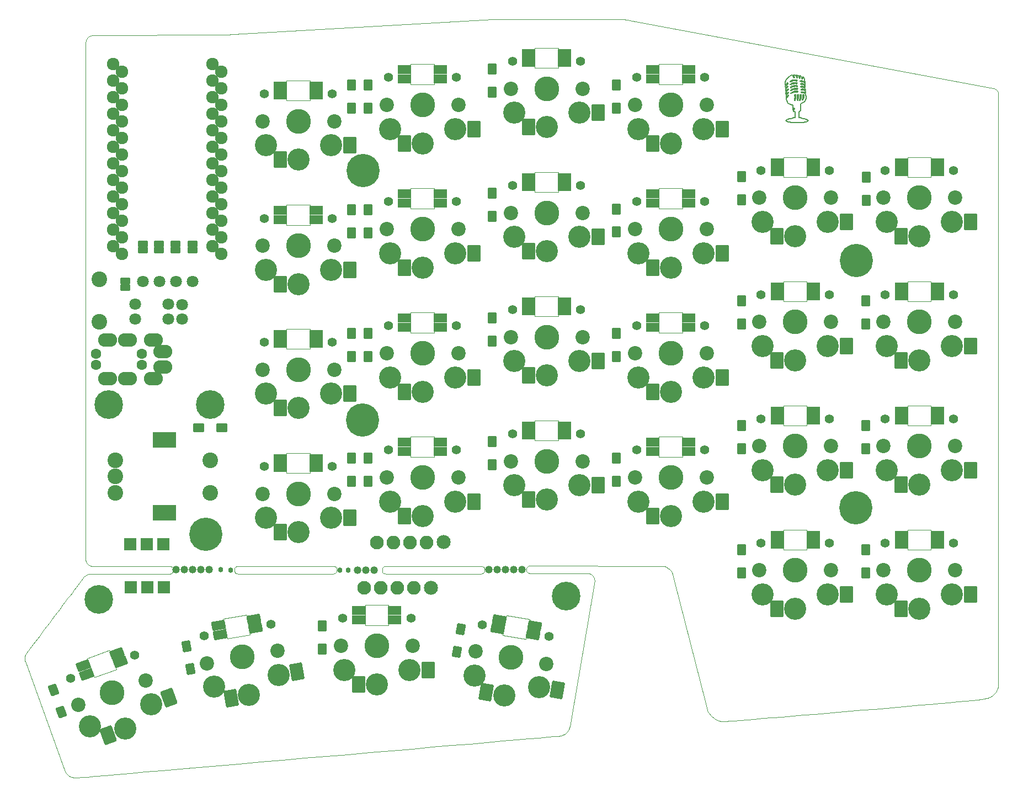
<source format=gts>
%TF.GenerationSoftware,KiCad,Pcbnew,(6.0.0)*%
%TF.CreationDate,2023-02-15T17:26:08+02:00*%
%TF.ProjectId,SofleKeyboard,536f666c-654b-4657-9962-6f6172642e6b,rev?*%
%TF.SameCoordinates,Original*%
%TF.FileFunction,Soldermask,Top*%
%TF.FilePolarity,Negative*%
%FSLAX46Y46*%
G04 Gerber Fmt 4.6, Leading zero omitted, Abs format (unit mm)*
G04 Created by KiCad (PCBNEW (6.0.0)) date 2023-02-15 17:26:08*
%MOMM*%
%LPD*%
G01*
G04 APERTURE LIST*
G04 Aperture macros list*
%AMRoundRect*
0 Rectangle with rounded corners*
0 $1 Rounding radius*
0 $2 $3 $4 $5 $6 $7 $8 $9 X,Y pos of 4 corners*
0 Add a 4 corners polygon primitive as box body*
4,1,4,$2,$3,$4,$5,$6,$7,$8,$9,$2,$3,0*
0 Add four circle primitives for the rounded corners*
1,1,$1+$1,$2,$3*
1,1,$1+$1,$4,$5*
1,1,$1+$1,$6,$7*
1,1,$1+$1,$8,$9*
0 Add four rect primitives between the rounded corners*
20,1,$1+$1,$2,$3,$4,$5,0*
20,1,$1+$1,$4,$5,$6,$7,0*
20,1,$1+$1,$6,$7,$8,$9,0*
20,1,$1+$1,$8,$9,$2,$3,0*%
G04 Aperture macros list end*
%ADD10C,0.200000*%
%ADD11C,0.090000*%
%TA.AperFunction,Profile*%
%ADD12C,0.120000*%
%TD*%
%ADD13C,1.797000*%
%ADD14C,1.600000*%
%ADD15O,2.900000X2.100000*%
%ADD16C,5.100000*%
%ADD17C,1.924000*%
%ADD18RoundRect,0.200000X0.571500X-0.317500X0.571500X0.317500X-0.571500X0.317500X-0.571500X-0.317500X0*%
%ADD19C,2.400000*%
%ADD20RoundRect,0.200000X-0.571500X0.317500X-0.571500X-0.317500X0.571500X-0.317500X0.571500X0.317500X0*%
%ADD21RoundRect,0.200000X-0.475000X0.650000X-0.475000X-0.650000X0.475000X-0.650000X0.475000X0.650000X0*%
%ADD22RoundRect,0.200000X-0.650000X-0.475000X0.650000X-0.475000X0.650000X0.475000X-0.650000X0.475000X0*%
%ADD23RoundRect,0.200000X-0.668667X0.448341X-0.224041X-0.773260X0.668667X-0.448341X0.224041X0.773260X0*%
%ADD24C,2.200000*%
%ADD25C,3.400000*%
%ADD26C,3.800000*%
%ADD27C,1.400000*%
%ADD28RoundRect,0.200000X0.850000X0.500000X-0.850000X0.500000X-0.850000X-0.500000X0.850000X-0.500000X0*%
%ADD29RoundRect,0.200000X0.800000X1.100000X-0.800000X1.100000X-0.800000X-1.100000X0.800000X-1.100000X0*%
%ADD30RoundRect,0.200000X0.627729X0.760563X-0.969749X0.179129X-0.627729X-0.760563X0.969749X-0.179129X0*%
%ADD31RoundRect,0.200000X0.375532X1.307278X-1.127976X0.760046X-0.375532X-1.307278X1.127976X-0.760046X0*%
%ADD32C,4.400000*%
%ADD33RoundRect,0.200000X-1.600000X-1.000000X1.600000X-1.000000X1.600000X1.000000X-1.600000X1.000000X0*%
%ADD34RoundRect,0.200000X0.750263X0.640005X-0.923911X0.344803X-0.750263X-0.640005X0.923911X-0.344803X0*%
%ADD35RoundRect,0.200000X0.596833X1.222207X-0.978859X0.944370X-0.596833X-1.222207X0.978859X-0.944370X0*%
%ADD36RoundRect,0.200000X0.923911X0.344803X-0.750263X0.640005X-0.923911X-0.344803X0.750263X-0.640005X0*%
%ADD37RoundRect,0.200000X0.978859X0.944370X-0.596833X1.222207X-0.978859X-0.944370X0.596833X-1.222207X0*%
%ADD38RoundRect,0.200000X-0.580655X0.557642X-0.354912X-0.722608X0.580655X-0.557642X0.354912X0.722608X0*%
%ADD39RoundRect,0.200000X-0.354912X0.722608X-0.580655X-0.557642X0.354912X-0.722608X0.580655X0.557642X0*%
%ADD40C,0.793700*%
%ADD41C,2.100000*%
%ADD42O,2.100000X2.100000*%
%ADD43C,2.152600*%
%ADD44C,1.187400*%
%ADD45RoundRect,0.200000X-0.762000X-0.762000X0.762000X-0.762000X0.762000X0.762000X-0.762000X0.762000X0*%
%ADD46RoundRect,0.200000X-0.762000X0.762000X-0.762000X-0.762000X0.762000X-0.762000X0.762000X0.762000X0*%
G04 APERTURE END LIST*
D10*
X197489726Y-46773377D02*
X197468560Y-46685183D01*
X195687037Y-44145178D02*
X195687037Y-44233373D01*
X197701384Y-45111786D02*
X197771944Y-45055351D01*
X197581452Y-46212451D02*
X197563817Y-45937295D01*
X197087554Y-43764172D02*
X197016994Y-43820629D01*
X196131540Y-44388596D02*
X196103312Y-44395658D01*
X196868834Y-44526184D02*
X196875896Y-44526184D01*
X197821338Y-44208676D02*
X198031160Y-44257980D01*
X198224063Y-44350514D01*
X198304642Y-44406230D01*
X197450926Y-42998650D02*
X197529303Y-43185179D01*
X197539120Y-43252640D01*
X196131540Y-44843671D02*
X196075084Y-44811933D01*
X197549692Y-43340835D02*
X197493257Y-43411394D01*
X197144011Y-43294993D02*
X197087554Y-43365532D01*
X197108720Y-46685183D02*
X197155463Y-46490270D01*
X197165754Y-46283116D01*
X197165177Y-46268907D01*
X197997727Y-46141891D02*
X197987133Y-45965502D01*
X198791477Y-49884880D02*
X198621861Y-49741109D01*
X198424135Y-49679321D01*
X198204490Y-49633982D01*
X197990664Y-49602640D01*
X196558388Y-48505506D02*
X196808868Y-48505506D01*
X195380122Y-44847203D02*
X195627049Y-44607316D01*
X197126355Y-44194572D02*
X197052285Y-44251007D01*
X196611313Y-47941071D02*
X196692445Y-48110397D01*
X195267230Y-44314505D02*
X195277803Y-44455624D01*
X196611313Y-48276214D02*
X196533691Y-48110397D01*
X198304642Y-44406230D02*
X198287007Y-44187510D01*
X197465029Y-48473768D02*
X197594966Y-48318073D01*
X197616721Y-48156260D01*
X196770067Y-45894964D02*
X196840605Y-45951399D01*
X197810744Y-45485729D02*
X198004789Y-45506895D01*
X196611313Y-48276214D02*
X196533691Y-48110397D01*
X197962458Y-43432560D02*
X197902470Y-43503120D01*
X195718775Y-44607316D02*
X195718775Y-44699042D01*
X195687037Y-44233373D02*
X195408329Y-44505018D01*
X198047121Y-45894964D02*
X198114150Y-45958461D01*
X197898939Y-43503120D02*
X197835441Y-43446685D01*
X197468560Y-46685183D02*
X197553051Y-46497139D01*
X197582804Y-46294482D01*
X197581452Y-46212451D01*
X197662584Y-44681407D02*
X197733144Y-44624951D01*
X197232205Y-45482198D02*
X197161645Y-45538655D01*
X196106843Y-45263478D02*
X196128009Y-45175283D01*
X196611313Y-48276214D02*
X196533691Y-48110397D01*
X195355425Y-49884880D02*
X195524818Y-50031668D01*
X195747695Y-50100264D01*
X195980571Y-50146177D01*
X196182532Y-50174487D01*
X196404661Y-50196909D01*
X196644045Y-50212865D01*
X196897770Y-50221782D01*
X197073451Y-50223532D01*
X196159747Y-45295237D02*
X196106843Y-45263478D01*
X197087554Y-43365532D02*
X197080513Y-43365532D01*
X197616721Y-48156260D02*
X197602618Y-47323709D01*
X197708447Y-46205410D02*
X197702020Y-46409793D01*
X197648543Y-46617797D01*
X197577921Y-46755742D01*
X198272882Y-43997018D02*
X198251717Y-43753600D01*
X196745370Y-43658343D02*
X196752411Y-43658343D01*
X195313093Y-44914231D02*
X195380122Y-44847203D01*
X198287007Y-44187510D02*
X198127510Y-44046235D01*
X197937374Y-43947715D01*
X197743716Y-43901761D01*
X195277803Y-44455624D02*
X195316624Y-44413293D01*
X195778762Y-45531592D02*
X195778762Y-45623318D01*
X196015118Y-43908823D02*
X196043346Y-43824160D01*
X197807235Y-44335670D02*
X197680218Y-44321567D01*
X197412104Y-43263234D02*
X197341978Y-43069897D01*
X197256902Y-42970422D01*
X197771944Y-45055351D02*
X197944802Y-45072986D01*
X197814276Y-43252640D02*
X197747247Y-43069210D01*
X197539120Y-43252640D02*
X197549692Y-43340835D01*
X198251717Y-43753600D02*
X198205686Y-43543128D01*
X198106686Y-43354754D01*
X197963759Y-43198161D01*
X197930698Y-43171508D01*
X196741839Y-43788869D02*
X196533378Y-43805723D01*
X196331767Y-43850092D01*
X196137649Y-43922620D01*
X196099781Y-43940561D01*
X196808868Y-49436845D02*
X196600229Y-49460270D01*
X196397056Y-49502716D01*
X196206689Y-49573090D01*
X196156216Y-49602640D01*
X197930698Y-45199980D02*
X197757841Y-45182346D01*
X195563552Y-46145422D02*
X195718775Y-45993730D01*
X197987133Y-45965502D02*
X198047121Y-45894964D01*
X196156216Y-49602640D02*
X195942390Y-49633982D01*
X195722750Y-49679321D01*
X195525031Y-49741109D01*
X195359108Y-49863183D01*
X195355425Y-49884880D01*
X197073451Y-50223532D02*
X197335120Y-50219628D01*
X197584388Y-50208300D01*
X197818344Y-50190125D01*
X198034074Y-50165676D01*
X198288328Y-50124316D01*
X198498100Y-50074192D01*
X198687242Y-50001291D01*
X198791477Y-49884880D01*
X196720673Y-46808646D02*
X196688914Y-46801584D01*
X195365997Y-45566861D02*
X195387163Y-45838507D01*
X196533691Y-48110397D02*
X196611313Y-47941071D01*
X195598842Y-44141647D02*
X195687037Y-44145178D01*
X195440088Y-46512325D02*
X195450660Y-46635788D01*
X196128009Y-45175283D02*
X196316137Y-45083559D01*
X196513854Y-45015651D01*
X196718846Y-44972879D01*
X196928800Y-44956563D01*
X197016994Y-43305565D02*
X197013485Y-43273806D01*
X196748901Y-46357102D02*
X196713611Y-45961992D01*
X196808868Y-48505506D02*
X196808868Y-49436845D01*
X197577921Y-46755742D02*
X197524995Y-46783949D01*
X197214549Y-45870267D02*
X197281578Y-45930233D01*
X196805336Y-44092253D02*
X196815930Y-44092253D01*
X196741839Y-42885759D02*
X196536817Y-42895582D01*
X196480787Y-42903394D01*
X196713611Y-45961992D02*
X196770067Y-45894964D01*
X197196914Y-45051820D02*
X197126355Y-45108255D01*
X197151052Y-45937295D02*
X197214549Y-45870267D01*
X198114150Y-45958461D02*
X198124722Y-46131319D01*
X196459621Y-48240923D02*
X196491230Y-48446306D01*
X196558388Y-48505506D01*
X197161645Y-44621420D02*
X197091085Y-44677876D01*
X197165177Y-46268907D02*
X197151052Y-45937295D01*
X197623783Y-44251007D02*
X197694343Y-44194572D01*
X195718775Y-45993730D02*
X195810500Y-45997262D01*
X195316624Y-44413293D02*
X195598842Y-44141647D01*
X197577921Y-43019816D02*
X197450926Y-42998650D01*
X195440088Y-45281112D02*
X195658809Y-45069454D01*
X196156216Y-45626849D02*
X196350855Y-45526416D01*
X196557068Y-45453100D01*
X196771881Y-45407564D01*
X196992319Y-45390473D01*
X196223244Y-45736209D02*
X196191506Y-45746782D01*
X196805336Y-44219269D02*
X196585536Y-44238781D01*
X196372323Y-44289438D01*
X196170226Y-44369292D01*
X196131540Y-44388596D01*
X198403430Y-45644484D02*
X198382243Y-45401066D01*
X196071553Y-44272173D02*
X196268127Y-44188877D01*
X196474328Y-44130436D01*
X196686384Y-44098259D01*
X196805336Y-44092253D01*
X196043346Y-43824160D02*
X196231919Y-43746652D01*
X196427922Y-43693063D01*
X196630415Y-43663859D01*
X196745370Y-43658343D01*
X196928800Y-45087089D02*
X196710762Y-45105058D01*
X196499369Y-45152692D01*
X196297917Y-45229520D01*
X196191506Y-45284644D01*
X196075084Y-44811933D02*
X196099781Y-44723739D01*
X197990664Y-45633890D02*
X197796641Y-45612724D01*
X197013485Y-43273806D02*
X196947562Y-43084040D01*
X196812709Y-42935754D01*
X196745370Y-42889290D01*
X196099781Y-44723739D02*
X196281954Y-44639782D01*
X196472397Y-44578655D01*
X196668795Y-44540680D01*
X196868834Y-44526184D01*
X197338034Y-48505506D02*
X197405063Y-48505506D01*
X195627049Y-44607316D02*
X195718775Y-44607316D01*
X196611313Y-47941071D02*
X196692445Y-48110397D01*
X197493257Y-43411394D02*
X197486195Y-43411394D01*
X196043346Y-44360368D02*
X196071553Y-44272173D01*
X197740206Y-45542186D02*
X197810744Y-45485729D01*
X195747003Y-45161180D02*
X195528283Y-45372838D01*
X195503585Y-45711512D02*
X195690568Y-45531592D01*
X195845791Y-43213840D02*
X195591780Y-43450195D01*
X197867201Y-46752211D02*
X197856607Y-46660486D01*
X197295703Y-46261845D02*
X197289049Y-46465059D01*
X197249990Y-46665027D01*
X197228674Y-46731045D01*
X197761372Y-47263743D02*
X197987133Y-47168486D01*
X197581452Y-43820629D02*
X197655521Y-43764172D01*
X197080513Y-43365532D02*
X197016994Y-43305565D01*
X195468316Y-44938928D02*
X195334386Y-45095921D01*
X195330728Y-45101214D01*
X197941270Y-43242068D02*
X197962458Y-43432560D01*
X197680218Y-44321567D02*
X197623783Y-44251007D01*
X198004789Y-45506895D02*
X198200841Y-45550301D01*
X198392143Y-45637620D01*
X198403430Y-45644484D01*
X196135050Y-45715044D02*
X196156216Y-45626849D01*
X197623783Y-45866736D02*
X197690812Y-45926702D01*
X195718775Y-44699042D02*
X195468316Y-44938928D01*
X195778762Y-45623318D02*
X195591780Y-45803238D01*
X196815930Y-44092253D02*
X197069920Y-44120481D01*
X196625416Y-43351428D02*
X196618354Y-43351428D01*
X197637887Y-43891167D02*
X197581452Y-43820629D01*
X198417533Y-45810279D02*
X198243905Y-45704688D01*
X198049521Y-45642632D01*
X197990664Y-45633890D01*
X196191506Y-45284644D02*
X196159747Y-45295237D01*
X198336401Y-44818974D02*
X198318745Y-44589682D01*
X197147520Y-46769846D02*
X197108720Y-46685183D01*
X197524995Y-46783949D02*
X197489726Y-46773377D01*
X196928800Y-44956563D02*
X196939394Y-44960094D01*
X197733144Y-44624951D02*
X197881304Y-44642585D01*
X196681873Y-43277337D02*
X196625416Y-43351428D01*
X197747247Y-43069210D02*
X197577921Y-43019816D01*
X195425985Y-46304177D02*
X195558933Y-46150063D01*
X195563552Y-46145422D01*
X196554856Y-43294993D02*
X196479013Y-43101405D01*
X196330612Y-42950607D01*
X196318501Y-42942216D01*
X197052285Y-44251007D02*
X196805336Y-44219269D01*
X196865303Y-44653179D02*
X196658409Y-44670232D01*
X196456961Y-44714805D01*
X196264718Y-44785960D01*
X196163278Y-44836630D01*
X197655521Y-43764172D02*
X197757841Y-43774766D01*
X198350505Y-44995363D02*
X198188595Y-44875255D01*
X198001755Y-44796444D01*
X197867201Y-44769602D01*
X195591780Y-45803238D02*
X195456700Y-45961470D01*
X195404819Y-46039593D01*
X196071553Y-43944092D02*
X196015118Y-43908823D01*
X196999360Y-45390473D02*
X197175749Y-45411660D01*
X197016994Y-43820629D02*
X196741839Y-43788869D01*
X197422697Y-43354959D02*
X197412104Y-43263234D01*
X197906001Y-46766315D02*
X197867201Y-46752211D01*
X196618354Y-43351428D02*
X196554856Y-43294993D01*
X196163278Y-44836630D02*
X196131540Y-44843671D01*
X197690812Y-45926702D02*
X197708447Y-46205410D01*
X197405063Y-48505506D02*
X197465029Y-48473768D01*
X195404819Y-46039593D02*
X195425985Y-46304177D01*
X196692445Y-48110397D02*
X196611313Y-48276214D01*
X197694343Y-44194572D02*
X197821338Y-44208676D01*
X196988788Y-45521020D02*
X196786818Y-45536775D01*
X196590141Y-45578335D01*
X196401402Y-45645034D01*
X196223244Y-45736209D01*
X197602618Y-47323709D02*
X197761372Y-47263743D01*
X195351894Y-45376369D02*
X195440088Y-45281112D01*
X196611313Y-47941071D02*
X196692445Y-48110397D01*
X197338034Y-49436845D02*
X197338034Y-48505506D01*
X198318745Y-44589682D02*
X198150077Y-44454427D01*
X197951649Y-44364940D01*
X197807235Y-44335670D01*
X197757841Y-45182346D02*
X197701384Y-45111786D01*
X197743716Y-43901761D02*
X197637887Y-43891167D01*
X196992319Y-42928091D02*
X197103792Y-43106413D01*
X197144011Y-43263234D01*
X197881304Y-44642585D02*
X198077439Y-44685855D01*
X198272051Y-44776710D01*
X198336401Y-44818974D01*
X196777108Y-46780418D02*
X196720673Y-46808646D01*
X197105189Y-44550881D02*
X197161645Y-44621420D01*
X196099781Y-43940561D02*
X196071553Y-43944092D01*
X197069920Y-44120481D02*
X197126355Y-44194572D01*
X197140480Y-44981260D02*
X197196914Y-45051820D01*
X197168708Y-46773377D02*
X197147520Y-46769846D01*
X197256902Y-42970422D02*
X196992319Y-42928091D01*
X195330728Y-45101214D02*
X195351894Y-45376369D01*
X197281578Y-45930233D02*
X197295703Y-46261845D01*
X196191506Y-45746782D02*
X196135050Y-45715044D01*
X195690568Y-45531592D02*
X195778762Y-45531592D01*
X196459621Y-47471870D02*
X196459621Y-48240923D01*
X196875896Y-46342977D02*
X196866644Y-46543202D01*
X196797816Y-46743164D01*
X196777108Y-46780418D01*
X195810500Y-46085456D02*
X195651746Y-46237148D01*
X196533691Y-48110397D02*
X196611313Y-47941071D01*
X195810500Y-45997262D02*
X195810500Y-46085456D01*
X195750534Y-45069454D02*
X195747003Y-45161180D01*
X197990664Y-49602640D02*
X197789599Y-49514147D01*
X197571043Y-49464199D01*
X197365328Y-49438952D01*
X197338034Y-49436845D01*
X198382243Y-45401066D02*
X198214438Y-45287704D01*
X198024363Y-45217025D01*
X197930698Y-45199980D01*
X195450660Y-46635788D02*
X195493822Y-46844865D01*
X195582393Y-47034484D01*
X195709590Y-47198102D01*
X195868631Y-47329181D01*
X196052734Y-47421179D01*
X196255115Y-47467557D01*
X196339667Y-47471870D01*
X197796641Y-45612724D02*
X197740206Y-45542186D01*
X197930698Y-43171508D02*
X197941270Y-43242068D01*
X196318501Y-42942216D02*
X196126759Y-43017922D01*
X195951393Y-43125262D01*
X195845791Y-43213840D01*
X196667748Y-46713389D02*
X196740792Y-46517966D01*
X196748901Y-46357102D01*
X198368139Y-45231740D02*
X198350505Y-44995363D01*
X196533691Y-48110397D02*
X196611313Y-47941071D01*
X197856607Y-46660486D02*
X197953107Y-46475255D01*
X197995736Y-46269971D01*
X197997727Y-46141891D01*
X197486195Y-43411394D02*
X197422697Y-43354959D01*
X195591780Y-43450195D02*
X195455561Y-43604790D01*
X195353967Y-43782865D01*
X195289214Y-43979549D01*
X195263521Y-44189970D01*
X195267230Y-44314505D01*
X197091085Y-44677876D02*
X196865303Y-44653179D01*
X197955395Y-46741618D02*
X197906001Y-46766315D01*
X197175749Y-45411660D02*
X197232205Y-45482198D01*
X197867201Y-44769602D02*
X197719040Y-44751946D01*
X197987133Y-47168486D02*
X198174026Y-47055293D01*
X198318918Y-46898167D01*
X198416268Y-46706856D01*
X198460534Y-46491111D01*
X198459865Y-46360611D01*
X198124722Y-46131319D02*
X198116576Y-46344771D01*
X198066952Y-46541691D01*
X197966783Y-46726871D01*
X197955395Y-46741618D01*
X197835441Y-43446685D02*
X197814276Y-43252640D01*
X196939394Y-44960094D02*
X197140480Y-44981260D01*
X195528283Y-45372838D02*
X195392865Y-45527902D01*
X195365997Y-45566861D01*
X197563817Y-45937295D02*
X197623783Y-45866736D01*
X197944802Y-45072986D02*
X198140106Y-45117534D01*
X198332780Y-45208680D01*
X198368139Y-45231740D01*
X195387163Y-45838507D02*
X195503585Y-45711512D01*
X197228674Y-46731045D02*
X197168708Y-46773377D01*
X196480787Y-42903394D02*
X196609136Y-43065450D01*
X196680053Y-43264150D01*
X196681873Y-43277337D01*
X196692445Y-48110397D02*
X196611313Y-48276214D01*
X196752411Y-43658343D02*
X197031119Y-43693612D01*
X197757841Y-43774766D02*
X197965449Y-43821829D01*
X198156689Y-43913171D01*
X198272882Y-43997018D01*
X196840605Y-45951399D02*
X196875896Y-46342977D01*
X197126355Y-45108255D02*
X196928800Y-45087089D01*
X196992319Y-45390473D02*
X196999360Y-45390473D01*
X197719040Y-44751946D02*
X197662584Y-44681407D01*
X197161645Y-45538655D02*
X196988788Y-45521020D01*
X197031119Y-43693612D02*
X197087554Y-43764172D01*
X197902470Y-43503120D02*
X197898939Y-43503120D01*
X197144011Y-43263234D02*
X197144011Y-43294993D01*
X195408329Y-44505018D02*
X195291927Y-44635545D01*
X195658809Y-45069454D02*
X195750534Y-45069454D01*
X196875896Y-44526184D02*
X197105189Y-44550881D01*
X198459865Y-46360611D02*
X198417533Y-45810279D01*
X196103312Y-44395658D02*
X196043346Y-44360368D01*
X196688914Y-46801584D02*
X196667748Y-46713389D01*
X196745370Y-42889290D02*
X196741839Y-42885759D01*
X195651746Y-46237148D02*
X195516898Y-46392868D01*
X195440088Y-46512325D01*
X195291927Y-44635545D02*
X195313093Y-44914231D01*
X196339667Y-47471870D02*
X196459621Y-47471870D01*
X196692445Y-48110397D02*
X196611313Y-48276214D01*
D11*
X162218354Y-142806782D02*
X166017777Y-120493588D01*
X147877950Y-119422237D02*
X134684053Y-119422237D01*
X171390576Y-34528702D02*
X171122462Y-34479308D01*
X78634718Y-132876101D02*
X84773060Y-149738874D01*
X171122462Y-34479308D02*
X170780277Y-34415810D01*
X101346553Y-118835528D02*
X101340041Y-118958535D01*
X101320921Y-119063869D01*
X101289813Y-119152873D01*
X101222027Y-119258700D01*
X101130754Y-119335344D01*
X101018088Y-119387337D01*
X100886120Y-119419216D01*
X100788453Y-119431532D01*
X100683757Y-119438268D01*
X100572653Y-119440766D01*
X100455762Y-119440370D01*
X100333702Y-119438424D01*
X100207095Y-119436271D01*
X100076561Y-119435255D01*
X86783876Y-150691379D02*
X87265895Y-150648742D01*
X88118850Y-150574157D01*
X89317412Y-150469809D01*
X90836251Y-150337881D01*
X92650038Y-150180557D01*
X94733443Y-150000021D01*
X97061138Y-149798457D01*
X99607793Y-149578048D01*
X102348079Y-149340979D01*
X105256666Y-149089433D01*
X108308226Y-148825595D01*
X111477428Y-148551647D01*
X114738945Y-148269775D01*
X118067446Y-147982161D01*
X121437602Y-147690990D01*
X124824083Y-147398446D01*
X128201562Y-147106712D01*
X131544708Y-146817973D01*
X134828191Y-146534411D01*
X138026684Y-146258212D01*
X141114856Y-145991559D01*
X144067379Y-145736636D01*
X146858922Y-145495626D01*
X149464157Y-145270714D01*
X151857754Y-145064083D01*
X154014385Y-144877918D01*
X155908719Y-144714401D01*
X157515428Y-144575718D01*
X158809182Y-144464052D01*
X159764652Y-144381586D01*
X160356509Y-144330506D01*
X160559424Y-144312994D01*
X170780277Y-34415810D02*
X170643142Y-34403395D01*
X170395510Y-34392557D01*
X170044912Y-34383218D01*
X169598882Y-34375299D01*
X169064949Y-34368724D01*
X168450647Y-34363414D01*
X167763508Y-34359294D01*
X167011062Y-34356284D01*
X166200841Y-34354307D01*
X165340379Y-34353287D01*
X164437206Y-34353145D01*
X163498854Y-34353804D01*
X162532856Y-34355186D01*
X161546742Y-34357214D01*
X160548045Y-34359810D01*
X159544297Y-34362898D01*
X158543029Y-34366399D01*
X157551774Y-34370235D01*
X156578063Y-34374330D01*
X155629428Y-34378606D01*
X154713400Y-34382985D01*
X153837513Y-34387390D01*
X153009296Y-34391743D01*
X152236284Y-34395968D01*
X151526006Y-34399985D01*
X150885996Y-34403718D01*
X150323784Y-34407090D01*
X149846903Y-34410022D01*
X149462885Y-34412438D01*
X149179261Y-34414259D01*
X149003563Y-34415409D01*
X148943324Y-34415810D01*
X226131098Y-138534218D02*
X226302029Y-138486765D01*
X226462005Y-138432526D01*
X226611390Y-138372043D01*
X226750544Y-138305861D01*
X226879831Y-138234523D01*
X226999613Y-138158574D01*
X227110253Y-138078557D01*
X227212114Y-137995016D01*
X227305558Y-137908495D01*
X227390947Y-137819538D01*
X227468644Y-137728688D01*
X227539012Y-137636491D01*
X227602413Y-137543489D01*
X227659210Y-137450226D01*
X227709765Y-137357247D01*
X227754441Y-137265095D01*
X227793601Y-137174314D01*
X227827606Y-137085449D01*
X227856820Y-136999042D01*
X227902324Y-136835781D01*
X227933013Y-136688882D01*
X227951788Y-136562698D01*
X227961548Y-136461578D01*
X227965632Y-136366412D01*
X227965547Y-136346991D01*
X112007487Y-119422237D02*
X111876952Y-119423253D01*
X111750345Y-119425406D01*
X111628285Y-119427352D01*
X111511394Y-119427748D01*
X111400290Y-119425250D01*
X111295594Y-119418514D01*
X111197927Y-119406198D01*
X111107907Y-119386957D01*
X110988574Y-119342172D01*
X110889938Y-119274249D01*
X110814091Y-119178653D01*
X110763126Y-119050851D01*
X110744006Y-118945517D01*
X110737495Y-118822510D01*
X125201384Y-119422237D02*
X112007487Y-119422237D01*
X227965547Y-45810528D02*
X227956434Y-45678539D01*
X227930682Y-45559934D01*
X227890668Y-45454041D01*
X227838768Y-45360188D01*
X227777359Y-45277704D01*
X227708819Y-45205917D01*
X227635525Y-45144155D01*
X227559854Y-45091746D01*
X227447090Y-45029201D01*
X227342349Y-44983922D01*
X227253653Y-44953642D01*
X227163274Y-44930349D01*
X227154162Y-44928584D01*
X100076561Y-119435255D02*
X88583055Y-119435255D01*
X227965547Y-136346991D02*
X227965547Y-136089375D01*
X227965547Y-135338363D01*
X227965547Y-134126701D01*
X227965547Y-132487138D01*
X227965547Y-130452423D01*
X227965547Y-128055304D01*
X227965547Y-125328530D01*
X227965547Y-122304850D01*
X227965547Y-119017010D01*
X227965547Y-115497762D01*
X227965547Y-111779851D01*
X227965547Y-107896028D01*
X227965547Y-103879040D01*
X227965547Y-99761637D01*
X227965547Y-95576566D01*
X227965547Y-91356576D01*
X227965547Y-87134416D01*
X227965547Y-82942834D01*
X227965547Y-78814578D01*
X227965547Y-74782397D01*
X227965547Y-70879040D01*
X227965547Y-67137255D01*
X227965547Y-63589790D01*
X227965547Y-60269394D01*
X227965547Y-57208816D01*
X227965547Y-54440803D01*
X227965547Y-51998105D01*
X227965547Y-49913470D01*
X227965547Y-48219646D01*
X227965547Y-46949382D01*
X227965547Y-46135426D01*
X227965547Y-45810528D01*
X166017777Y-120493588D02*
X166012075Y-120376265D01*
X165995314Y-120262767D01*
X165968011Y-120153609D01*
X165930683Y-120049309D01*
X165883847Y-119950383D01*
X165828018Y-119857348D01*
X165763715Y-119770720D01*
X165691454Y-119691018D01*
X165611751Y-119618756D01*
X165525123Y-119554453D01*
X165432088Y-119498624D01*
X165333162Y-119451788D01*
X165228862Y-119414460D01*
X165119704Y-119387157D01*
X165006206Y-119370396D01*
X164888884Y-119364695D01*
X162207782Y-142859708D02*
X162218354Y-142806782D01*
X147877950Y-118258075D02*
X148008484Y-118256662D01*
X148135091Y-118253389D01*
X148257150Y-118249702D01*
X148374042Y-118247049D01*
X148485146Y-118246876D01*
X148589841Y-118250630D01*
X148687509Y-118259759D01*
X148777529Y-118275709D01*
X148896861Y-118315589D01*
X148995497Y-118378956D01*
X149071344Y-118470693D01*
X149122309Y-118595685D01*
X149141429Y-118699899D01*
X149147941Y-118822510D01*
X84773060Y-149738874D02*
X84821658Y-149840417D01*
X84888141Y-149949678D01*
X84950685Y-150036183D01*
X85029126Y-150129547D01*
X85124599Y-150226282D01*
X85238236Y-150322896D01*
X85371171Y-150415899D01*
X85524536Y-150501802D01*
X85609235Y-150541000D01*
X85699465Y-150577114D01*
X85795370Y-150609707D01*
X85897091Y-150638345D01*
X86004769Y-150662589D01*
X86118546Y-150682005D01*
X86238564Y-150696155D01*
X86364964Y-150704604D01*
X86497889Y-150706915D01*
X86637478Y-150702652D01*
X86783876Y-150691379D01*
X183445187Y-140624426D02*
X183536912Y-140762658D01*
X183630630Y-140891813D01*
X183726021Y-141012200D01*
X183822761Y-141124124D01*
X183920529Y-141227894D01*
X184019004Y-141323817D01*
X184117864Y-141412200D01*
X184216787Y-141493352D01*
X184315452Y-141567579D01*
X184413536Y-141635189D01*
X184510719Y-141696489D01*
X184606678Y-141751787D01*
X184701092Y-141801391D01*
X184793639Y-141845607D01*
X184883997Y-141884744D01*
X184971845Y-141919108D01*
X185056862Y-141949008D01*
X185217112Y-141996643D01*
X185362174Y-142030108D01*
X185489475Y-142051863D01*
X185596441Y-142064369D01*
X185713133Y-142071163D01*
X185773533Y-142070806D01*
X227154162Y-44928584D02*
X171390576Y-34528702D01*
X87524722Y-120070250D02*
X87427251Y-120199811D01*
X87310170Y-120355436D01*
X87151755Y-120565999D01*
X86955176Y-120827283D01*
X86723606Y-121135069D01*
X86460217Y-121485139D01*
X86168179Y-121873276D01*
X85850664Y-122295260D01*
X85510845Y-122746875D01*
X85151893Y-123223901D01*
X84776979Y-123722122D01*
X84389275Y-124237318D01*
X83991952Y-124765272D01*
X83588184Y-125301765D01*
X83181140Y-125842580D01*
X82773993Y-126383498D01*
X82369914Y-126920302D01*
X81972075Y-127448772D01*
X81583648Y-127964692D01*
X81207804Y-128463843D01*
X80847714Y-128942007D01*
X80506552Y-129394966D01*
X80187488Y-129818501D01*
X79893693Y-130208395D01*
X79628340Y-130560430D01*
X79394600Y-130870387D01*
X79195645Y-131134049D01*
X79034646Y-131347197D01*
X78914776Y-131505614D01*
X78839205Y-131605080D01*
X78811106Y-131641379D01*
X148943324Y-34415810D02*
X112066641Y-36553643D01*
X176283602Y-118235823D02*
X176387579Y-118238555D01*
X176487862Y-118246519D01*
X176584476Y-118259367D01*
X176677447Y-118276750D01*
X176766800Y-118298318D01*
X176934758Y-118352616D01*
X177088557Y-118419471D01*
X177228403Y-118496093D01*
X177354503Y-118579691D01*
X177467064Y-118667474D01*
X177566292Y-118756654D01*
X177652395Y-118844437D01*
X177725578Y-118928035D01*
X177786049Y-119004657D01*
X177853372Y-119100405D01*
X177900570Y-119177609D01*
X177906393Y-119188306D01*
X185773533Y-142070806D02*
X185883884Y-142062008D01*
X186205785Y-142036303D01*
X186725505Y-141994727D01*
X187429314Y-141938313D01*
X188303481Y-141868095D01*
X189334277Y-141785109D01*
X190507971Y-141690389D01*
X191810833Y-141584968D01*
X193229132Y-141469881D01*
X194749138Y-141346163D01*
X196357121Y-141214848D01*
X198039351Y-141076971D01*
X199782097Y-140933565D01*
X201571629Y-140785666D01*
X203394217Y-140634307D01*
X205236130Y-140480523D01*
X207083638Y-140325348D01*
X208923012Y-140169817D01*
X210740520Y-140014963D01*
X212522432Y-139861823D01*
X214255019Y-139711429D01*
X215924549Y-139564816D01*
X217517293Y-139423019D01*
X219019520Y-139287072D01*
X220417500Y-139158009D01*
X221697502Y-139036865D01*
X222845797Y-138924674D01*
X223848654Y-138822470D01*
X224692343Y-138731288D01*
X225363133Y-138652163D01*
X225847295Y-138586128D01*
X226131098Y-138534218D01*
X108404975Y-36770481D02*
X89178586Y-36841035D01*
X164888884Y-119364695D02*
X156831430Y-119364695D01*
X87912769Y-92804064D02*
X87912769Y-117142199D01*
X112066641Y-36553643D02*
X111950703Y-36563327D01*
X111815220Y-36574420D01*
X111636448Y-36588782D01*
X111532796Y-36596977D01*
X111420681Y-36605737D01*
X111300890Y-36614976D01*
X111174210Y-36624611D01*
X111041426Y-36634556D01*
X110903326Y-36644729D01*
X110760696Y-36655044D01*
X110614322Y-36665417D01*
X110464991Y-36675764D01*
X110313490Y-36686000D01*
X110160604Y-36696042D01*
X110007121Y-36705804D01*
X109853826Y-36715203D01*
X109701506Y-36724153D01*
X109550949Y-36732572D01*
X109402939Y-36740375D01*
X109258264Y-36747476D01*
X109117710Y-36753792D01*
X108982064Y-36759239D01*
X108852112Y-36763732D01*
X108728641Y-36767187D01*
X108612436Y-36769520D01*
X108504285Y-36770646D01*
X108404975Y-36770481D01*
X110737495Y-118822510D02*
X110744006Y-118699899D01*
X110763126Y-118595685D01*
X110794234Y-118508421D01*
X110862020Y-118406142D01*
X110953293Y-118333860D01*
X111065959Y-118286694D01*
X111197927Y-118259759D01*
X111295594Y-118250630D01*
X111400290Y-118246876D01*
X111511394Y-118247049D01*
X111628285Y-118249702D01*
X111750345Y-118253389D01*
X111876952Y-118256662D01*
X112007487Y-118258075D01*
X126471376Y-118822510D02*
X126464864Y-118945517D01*
X126445744Y-119050851D01*
X126414636Y-119139855D01*
X126346850Y-119245682D01*
X126255577Y-119322326D01*
X126142911Y-119374319D01*
X126010943Y-119406198D01*
X125913276Y-119418514D01*
X125808580Y-119425250D01*
X125697476Y-119427748D01*
X125580585Y-119427352D01*
X125458525Y-119425406D01*
X125331918Y-119423253D01*
X125201384Y-119422237D01*
X156831430Y-118200532D02*
X176283602Y-118235823D01*
X100076561Y-118271092D02*
X100207095Y-118269679D01*
X100333702Y-118266406D01*
X100455762Y-118262719D01*
X100572653Y-118260066D01*
X100683757Y-118259893D01*
X100788453Y-118263648D01*
X100886120Y-118272776D01*
X100976140Y-118288726D01*
X101095473Y-118328607D01*
X101194109Y-118391974D01*
X101269956Y-118483711D01*
X101320921Y-118608703D01*
X101340041Y-118712917D01*
X101346553Y-118835528D01*
X78564158Y-132452763D02*
X78568854Y-132545361D01*
X78581465Y-132637964D01*
X78599772Y-132730571D01*
X78621559Y-132823181D01*
X78634718Y-132876101D01*
X134684053Y-119422237D02*
X134553518Y-119423253D01*
X134426911Y-119425406D01*
X134304851Y-119427352D01*
X134187960Y-119427748D01*
X134076856Y-119425250D01*
X133972160Y-119418514D01*
X133874493Y-119406198D01*
X133784473Y-119386957D01*
X133665140Y-119342172D01*
X133566504Y-119274249D01*
X133490657Y-119178653D01*
X133439692Y-119050851D01*
X133420572Y-118945517D01*
X133414061Y-118822510D01*
X87595282Y-119964421D02*
X87535792Y-120033877D01*
X87524722Y-120070250D01*
X89056533Y-36841922D02*
X88939211Y-36847623D01*
X88825712Y-36864384D01*
X88716555Y-36891687D01*
X88612254Y-36929015D01*
X88513328Y-36975852D01*
X88420293Y-37031680D01*
X88333666Y-37095983D01*
X88253963Y-37168245D01*
X88181701Y-37247948D01*
X88117398Y-37334575D01*
X88061570Y-37427610D01*
X88014733Y-37526536D01*
X87977405Y-37630837D01*
X87950102Y-37739994D01*
X87933341Y-37853493D01*
X87927640Y-37970815D01*
X89178586Y-36841035D02*
X89056533Y-36841922D01*
X177906393Y-119188306D02*
X183445187Y-140624426D01*
X149147941Y-118822510D02*
X149141429Y-118945517D01*
X149122309Y-119050851D01*
X149091201Y-119139855D01*
X149023415Y-119245682D01*
X148932143Y-119322326D01*
X148819476Y-119374319D01*
X148687509Y-119406198D01*
X148589841Y-119418514D01*
X148485146Y-119425250D01*
X148374042Y-119427748D01*
X148257150Y-119427352D01*
X148135091Y-119425406D01*
X148008484Y-119423253D01*
X147877950Y-119422237D01*
X88583055Y-119435255D02*
X88474899Y-119449743D01*
X88368953Y-119473009D01*
X88265566Y-119504529D01*
X88165087Y-119543781D01*
X88067864Y-119590241D01*
X87974246Y-119643387D01*
X87884582Y-119702694D01*
X87799221Y-119767640D01*
X87718512Y-119837702D01*
X87642804Y-119912357D01*
X87595282Y-119964421D01*
X133414061Y-118822510D02*
X133420572Y-118699899D01*
X133439692Y-118595685D01*
X133470800Y-118508421D01*
X133538586Y-118406142D01*
X133629859Y-118333860D01*
X133742525Y-118286694D01*
X133874493Y-118259759D01*
X133972160Y-118250630D01*
X134076856Y-118246876D01*
X134187960Y-118247049D01*
X134304851Y-118249702D01*
X134426911Y-118253389D01*
X134553518Y-118256662D01*
X134684053Y-118258075D01*
X156831430Y-119364695D02*
X156700895Y-119365711D01*
X156574288Y-119367865D01*
X156452229Y-119369812D01*
X156335337Y-119370209D01*
X156224234Y-119367713D01*
X156119538Y-119360979D01*
X156021870Y-119348664D01*
X155931851Y-119329425D01*
X155812518Y-119284643D01*
X155713882Y-119216723D01*
X155638035Y-119121130D01*
X155587070Y-118993330D01*
X155567950Y-118887996D01*
X155561439Y-118764990D01*
X87927640Y-37970815D02*
X87912769Y-92804064D01*
X125201384Y-118258075D02*
X125331918Y-118256662D01*
X125458525Y-118253389D01*
X125580585Y-118249702D01*
X125697476Y-118247049D01*
X125808580Y-118246876D01*
X125913276Y-118250630D01*
X126010943Y-118259759D01*
X126100963Y-118275709D01*
X126220296Y-118315589D01*
X126318932Y-118378956D01*
X126394779Y-118470693D01*
X126445744Y-118595685D01*
X126464864Y-118699899D01*
X126471376Y-118822510D01*
X89041662Y-118271092D02*
X100076561Y-118271092D01*
X87912769Y-117142199D02*
X87918470Y-117259521D01*
X87935231Y-117373019D01*
X87962534Y-117482177D01*
X87999862Y-117586477D01*
X88046698Y-117685403D01*
X88102527Y-117778438D01*
X88166830Y-117865066D01*
X88239092Y-117944769D01*
X88318794Y-118017030D01*
X88405422Y-118081333D01*
X88498457Y-118137162D01*
X88597383Y-118183998D01*
X88701683Y-118221326D01*
X88810841Y-118248629D01*
X88924339Y-118265390D01*
X89041662Y-118271092D01*
X134684053Y-118258075D02*
X147877950Y-118258075D01*
X155561439Y-118764990D02*
X155567950Y-118642378D01*
X155587070Y-118538164D01*
X155618178Y-118450899D01*
X155685964Y-118348617D01*
X155777237Y-118276333D01*
X155889903Y-118229163D01*
X156021870Y-118202225D01*
X156119538Y-118193094D01*
X156224234Y-118189338D01*
X156335337Y-118189509D01*
X156452229Y-118192161D01*
X156574288Y-118195847D01*
X156700895Y-118199119D01*
X156831430Y-118200532D01*
X78811106Y-131641379D02*
X78749852Y-131735562D01*
X78698106Y-131832643D01*
X78655455Y-131932205D01*
X78621486Y-132033836D01*
X78595785Y-132137122D01*
X78577939Y-132241647D01*
X78567534Y-132346999D01*
X78564158Y-132452763D01*
X112007487Y-118258075D02*
X125201384Y-118258075D01*
X160559424Y-144312994D02*
X160684334Y-144296775D01*
X160823088Y-144267449D01*
X160935981Y-144235941D01*
X161061179Y-144192782D01*
X161195248Y-144136182D01*
X161334755Y-144064353D01*
X161476266Y-143975508D01*
X161616348Y-143867857D01*
X161684779Y-143806420D01*
X161751565Y-143739612D01*
X161816276Y-143667208D01*
X161878484Y-143588984D01*
X161937759Y-143504718D01*
X161993672Y-143414186D01*
X162045794Y-143317164D01*
X162093695Y-143213429D01*
X162136946Y-143102757D01*
X162175118Y-142984924D01*
X162207782Y-142859708D01*
D12*
X118750000Y-43751000D02*
X118750000Y-46851000D01*
X118750000Y-46851000D02*
X122350000Y-46851000D01*
X122350000Y-46851000D02*
X122350000Y-43751000D01*
X122350000Y-43751000D02*
X118750000Y-43751000D01*
X156850000Y-38751000D02*
X156850000Y-41851000D01*
X156850000Y-41851000D02*
X160450000Y-41851000D01*
X160450000Y-41851000D02*
X160450000Y-38751000D01*
X160450000Y-38751000D02*
X156850000Y-38751000D01*
X122350000Y-84951000D02*
X122350000Y-81851000D01*
X118750000Y-84951000D02*
X122350000Y-84951000D01*
X122350000Y-81851000D02*
X118750000Y-81851000D01*
X118750000Y-81851000D02*
X118750000Y-84951000D01*
X141400000Y-79351000D02*
X137800000Y-79351000D01*
X137800000Y-79351000D02*
X137800000Y-82451000D01*
X141400000Y-82451000D02*
X141400000Y-79351000D01*
X137800000Y-82451000D02*
X141400000Y-82451000D01*
X122350000Y-100901000D02*
X118750000Y-100901000D01*
X118750000Y-100901000D02*
X118750000Y-104001000D01*
X118750000Y-104001000D02*
X122350000Y-104001000D01*
X122350000Y-104001000D02*
X122350000Y-100901000D01*
X156850000Y-95901000D02*
X156850000Y-99001000D01*
X160450000Y-95901000D02*
X156850000Y-95901000D01*
X160450000Y-99001000D02*
X160450000Y-95901000D01*
X156850000Y-99001000D02*
X160450000Y-99001000D01*
X198589120Y-112643640D02*
X194989120Y-112643640D01*
X194989120Y-115743640D02*
X198589120Y-115743640D01*
X198589120Y-115743640D02*
X198589120Y-112643640D01*
X194989120Y-112643640D02*
X194989120Y-115743640D01*
X88168599Y-132402244D02*
X89228862Y-135315291D01*
X89228862Y-135315291D02*
X92611755Y-134084019D01*
X91551493Y-131170972D02*
X88168599Y-132402244D01*
X92611755Y-134084019D02*
X91551493Y-131170972D01*
X112636646Y-125726010D02*
X109091339Y-126351143D01*
X113174956Y-128778914D02*
X112636646Y-125726010D01*
X109091339Y-126351143D02*
X109629648Y-129404047D01*
X109629648Y-129404047D02*
X113174956Y-128778914D01*
X214039120Y-74543640D02*
X214039120Y-77643640D01*
X217639120Y-77643640D02*
X217639120Y-74543640D01*
X217639120Y-74543640D02*
X214039120Y-74543640D01*
X214039120Y-77643640D02*
X217639120Y-77643640D01*
X217639120Y-93593640D02*
X214039120Y-93593640D01*
X217639120Y-96693640D02*
X217639120Y-93593640D01*
X214039120Y-96693640D02*
X217639120Y-96693640D01*
X214039120Y-93593640D02*
X214039120Y-96693640D01*
X217639120Y-112643640D02*
X214039120Y-112643640D01*
X217639120Y-115743640D02*
X217639120Y-112643640D01*
X214039120Y-115743640D02*
X217639120Y-115743640D01*
X214039120Y-112643640D02*
X214039120Y-115743640D01*
X179500000Y-44351000D02*
X179500000Y-41251000D01*
X179500000Y-41251000D02*
X175900000Y-41251000D01*
X175900000Y-44351000D02*
X179500000Y-44351000D01*
X175900000Y-41251000D02*
X175900000Y-44351000D01*
X194989120Y-58593640D02*
X198589120Y-58593640D01*
X198589120Y-55493640D02*
X194989120Y-55493640D01*
X194989120Y-55493640D02*
X194989120Y-58593640D01*
X198589120Y-58593640D02*
X198589120Y-55493640D01*
X137800000Y-60301000D02*
X137800000Y-63401000D01*
X137800000Y-63401000D02*
X141400000Y-63401000D01*
X141400000Y-63401000D02*
X141400000Y-60301000D01*
X141400000Y-60301000D02*
X137800000Y-60301000D01*
X175900000Y-60301000D02*
X175900000Y-63401000D01*
X179500000Y-60301000D02*
X175900000Y-60301000D01*
X175900000Y-63401000D02*
X179500000Y-63401000D01*
X179500000Y-63401000D02*
X179500000Y-60301000D01*
X160450000Y-57801000D02*
X156850000Y-57801000D01*
X156850000Y-60901000D02*
X160450000Y-60901000D01*
X160450000Y-60901000D02*
X160450000Y-57801000D01*
X156850000Y-57801000D02*
X156850000Y-60901000D01*
X175900000Y-82451000D02*
X179500000Y-82451000D01*
X175900000Y-79351000D02*
X175900000Y-82451000D01*
X179500000Y-79351000D02*
X175900000Y-79351000D01*
X179500000Y-82451000D02*
X179500000Y-79351000D01*
X217639120Y-55493640D02*
X214039120Y-55493640D01*
X214039120Y-58593640D02*
X217639120Y-58593640D01*
X214039120Y-55493640D02*
X214039120Y-58593640D01*
X217639120Y-58593640D02*
X217639120Y-55493640D01*
X118750000Y-65951000D02*
X122350000Y-65951000D01*
X122350000Y-65951000D02*
X122350000Y-62851000D01*
X122350000Y-62851000D02*
X118750000Y-62851000D01*
X118750000Y-62851000D02*
X118750000Y-65951000D01*
X194989120Y-77643640D02*
X198589120Y-77643640D01*
X198589120Y-77643640D02*
X198589120Y-74543640D01*
X194989120Y-74543640D02*
X194989120Y-77643640D01*
X198589120Y-74543640D02*
X194989120Y-74543640D01*
X175900000Y-98401000D02*
X175900000Y-101501000D01*
X179500000Y-98401000D02*
X175900000Y-98401000D01*
X179500000Y-101501000D02*
X179500000Y-98401000D01*
X175900000Y-101501000D02*
X179500000Y-101501000D01*
X194989120Y-93593640D02*
X194989120Y-96693640D01*
X198589120Y-93593640D02*
X194989120Y-93593640D01*
X198589120Y-96693640D02*
X198589120Y-93593640D01*
X194989120Y-96693640D02*
X198589120Y-96693640D01*
X151953284Y-128848914D02*
X155498592Y-129474047D01*
X156036901Y-126421143D02*
X152491594Y-125796010D01*
X155498592Y-129474047D02*
X156036901Y-126421143D01*
X152491594Y-125796010D02*
X151953284Y-128848914D01*
X160450000Y-76851000D02*
X156850000Y-76851000D01*
X156850000Y-76851000D02*
X156850000Y-79951000D01*
X156850000Y-79951000D02*
X160450000Y-79951000D01*
X160450000Y-79951000D02*
X160450000Y-76851000D01*
X137800000Y-41251000D02*
X137800000Y-44351000D01*
X141400000Y-44351000D02*
X141400000Y-41251000D01*
X137800000Y-44351000D02*
X141400000Y-44351000D01*
X141400000Y-41251000D02*
X137800000Y-41251000D01*
X137800000Y-101501000D02*
X141400000Y-101501000D01*
X137800000Y-98401000D02*
X137800000Y-101501000D01*
X141400000Y-98401000D02*
X137800000Y-98401000D01*
X141400000Y-101501000D02*
X141400000Y-98401000D01*
X130799120Y-127303640D02*
X134399120Y-127303640D01*
X130799120Y-124203640D02*
X130799120Y-127303640D01*
X134399120Y-124203640D02*
X130799120Y-124203640D01*
X134399120Y-127303640D02*
X134399120Y-124203640D01*
D13*
X95499272Y-80311965D03*
X100579272Y-80311965D03*
X95499272Y-78061965D03*
X100579272Y-78061965D03*
D14*
X96500000Y-87400000D03*
X96500000Y-85650000D03*
X89500000Y-85650000D03*
X89500000Y-87400000D03*
D15*
X98300000Y-89500000D03*
X98300000Y-83550000D03*
X94300000Y-83550000D03*
X94300000Y-89500000D03*
X91300000Y-83550000D03*
X91300000Y-89500000D03*
X99800000Y-87750000D03*
X99800000Y-85300000D03*
D13*
X102700000Y-80300000D03*
X102700000Y-78100000D03*
D16*
X106399120Y-113372640D03*
D17*
X108718815Y-42425745D03*
X92180000Y-41230000D03*
X108718815Y-44965745D03*
X92180000Y-43770000D03*
X108718815Y-47505745D03*
X92180000Y-46310000D03*
X108718815Y-50045745D03*
X92180000Y-48850000D03*
X108718815Y-52585745D03*
X92180000Y-51390000D03*
X92180000Y-53930000D03*
X108718815Y-55125745D03*
X108718815Y-57665745D03*
X92180000Y-56470000D03*
X108718815Y-60205745D03*
X92180000Y-59010000D03*
X108718815Y-62745745D03*
X92180000Y-61550000D03*
X92180000Y-64090000D03*
X108718815Y-65285745D03*
X108718815Y-67825745D03*
X92180000Y-66630000D03*
X108718815Y-70365745D03*
X92180000Y-69170000D03*
X93478815Y-70365745D03*
X107420000Y-69170000D03*
X107420000Y-66630000D03*
X93478815Y-67825745D03*
X93478815Y-65285745D03*
X107420000Y-64090000D03*
X93478815Y-62745745D03*
X107420000Y-61550000D03*
X107420000Y-59010000D03*
X93478815Y-60205745D03*
X93478815Y-57665745D03*
X107420000Y-56470000D03*
X93478815Y-55125745D03*
X107420000Y-53930000D03*
X107420000Y-51390000D03*
X93478815Y-52585745D03*
X107420000Y-48850000D03*
X93478815Y-50045745D03*
X93478815Y-47505745D03*
X107420000Y-46310000D03*
X107420000Y-43770000D03*
X93478815Y-44965745D03*
X93478815Y-42425745D03*
X107420000Y-41230000D03*
D18*
X104300000Y-69800380D03*
X104300000Y-68799620D03*
X101700000Y-69800380D03*
X101700000Y-68799620D03*
X99200000Y-69800380D03*
X99200000Y-68799620D03*
D19*
X90000000Y-74250000D03*
X90000000Y-80750000D03*
D20*
X94000000Y-74499620D03*
X94000000Y-75500380D03*
D21*
X128705000Y-44452000D03*
X128705000Y-48002000D03*
X131245000Y-44455000D03*
X131245000Y-48005000D03*
X150345000Y-41955000D03*
X150345000Y-45505000D03*
X169345000Y-44455000D03*
X169345000Y-48005000D03*
X188590120Y-58490640D03*
X188590120Y-62040640D03*
X207690120Y-58620640D03*
X207690120Y-62170640D03*
X128705000Y-82555000D03*
X128705000Y-86105000D03*
X128705000Y-101655000D03*
X128705000Y-105205000D03*
D22*
X105225000Y-97000000D03*
X108775000Y-97000000D03*
D23*
X82994156Y-137255034D03*
X84208328Y-140590942D03*
D24*
X126050000Y-50000000D03*
X115050000Y-50000000D03*
D25*
X125550000Y-53700000D03*
X120550000Y-55900000D03*
X115550000Y-53700000D03*
D26*
X120550000Y-50000000D03*
D27*
X125770000Y-45800000D03*
X115330000Y-45800000D03*
D28*
X117800000Y-46001000D03*
X117800000Y-44601000D03*
X123300000Y-44601000D03*
X123300000Y-46001000D03*
D29*
X117750000Y-55900000D03*
X128450000Y-53700000D03*
D25*
X153650000Y-48700000D03*
D27*
X163870000Y-40800000D03*
D24*
X153150000Y-45000000D03*
D25*
X163650000Y-48700000D03*
X158650000Y-50900000D03*
D27*
X153430000Y-40800000D03*
D24*
X164150000Y-45000000D03*
D26*
X158650000Y-45000000D03*
D28*
X155900000Y-41001000D03*
X155900000Y-39601000D03*
X161400000Y-39601000D03*
X161400000Y-41001000D03*
D29*
X155850000Y-50900000D03*
X166550000Y-48700000D03*
D27*
X125770000Y-83900000D03*
D26*
X120550000Y-88100000D03*
D25*
X125550000Y-91800000D03*
D24*
X115050000Y-88100000D03*
D25*
X120550000Y-94000000D03*
D24*
X126050000Y-88100000D03*
D27*
X115330000Y-83900000D03*
D25*
X115550000Y-91800000D03*
D28*
X117800000Y-84101000D03*
X117800000Y-82701000D03*
X123300000Y-82701000D03*
X123300000Y-84101000D03*
D29*
X117750000Y-94000000D03*
X128450000Y-91800000D03*
D25*
X134600000Y-89300000D03*
D26*
X139600000Y-85600000D03*
D25*
X144600000Y-89300000D03*
D27*
X144820000Y-81400000D03*
D25*
X139600000Y-91500000D03*
D27*
X134380000Y-81400000D03*
D24*
X145100000Y-85600000D03*
X134100000Y-85600000D03*
D28*
X136850000Y-81601000D03*
X136850000Y-80201000D03*
X142350000Y-80201000D03*
X142350000Y-81601000D03*
D29*
X136800000Y-91500000D03*
X147500000Y-89300000D03*
D25*
X125550000Y-110850000D03*
X115550000Y-110850000D03*
X120550000Y-113050000D03*
D27*
X125770000Y-102950000D03*
D24*
X126050000Y-107150000D03*
X115050000Y-107150000D03*
D26*
X120550000Y-107150000D03*
D27*
X115330000Y-102950000D03*
D28*
X117800000Y-103151000D03*
X117800000Y-101751000D03*
X123300000Y-101751000D03*
X123300000Y-103151000D03*
D29*
X117750000Y-113050000D03*
X128450000Y-110850000D03*
D24*
X153150000Y-102150000D03*
D25*
X158650000Y-108050000D03*
D24*
X164150000Y-102150000D03*
D26*
X158650000Y-102150000D03*
D27*
X163870000Y-97950000D03*
D25*
X153650000Y-105850000D03*
D27*
X153430000Y-97950000D03*
D25*
X163650000Y-105850000D03*
D28*
X155900000Y-98151000D03*
X155900000Y-96751000D03*
X161400000Y-96751000D03*
X161400000Y-98151000D03*
D29*
X155850000Y-108050000D03*
X166550000Y-105850000D03*
D27*
X191569120Y-114692640D03*
D24*
X191289120Y-118892640D03*
D26*
X196789120Y-118892640D03*
D24*
X202289120Y-118892640D03*
D25*
X196789120Y-124792640D03*
X191789120Y-122592640D03*
D27*
X202009120Y-114692640D03*
D25*
X201789120Y-122592640D03*
D28*
X194039120Y-114893640D03*
X194039120Y-113493640D03*
X199539120Y-113493640D03*
X199539120Y-114893640D03*
D29*
X193989120Y-124792640D03*
X204689120Y-122592640D03*
D25*
X94015249Y-143202933D03*
D24*
X86829021Y-139539858D03*
D25*
X97961268Y-139425509D03*
D27*
X95466041Y-131926693D03*
D24*
X97165639Y-135777636D03*
D26*
X91997330Y-137658747D03*
D25*
X88564341Y-142845710D03*
D27*
X85655650Y-135497383D03*
D30*
X88045437Y-134841472D03*
X87566609Y-133525902D03*
X92734918Y-131644791D03*
X93213746Y-132960361D03*
D31*
X91384110Y-144160590D03*
X100686376Y-138433651D03*
D32*
X91500000Y-93500000D03*
D18*
X96700000Y-69800380D03*
X96700000Y-68799620D03*
D13*
X96700000Y-74600000D03*
X99240000Y-74600000D03*
X101780000Y-74600000D03*
X104320000Y-74600000D03*
D32*
X107000000Y-93500000D03*
D19*
X92500000Y-102000000D03*
X92500000Y-107000000D03*
X92500000Y-104500000D03*
D33*
X100000000Y-98900000D03*
X100000000Y-110100000D03*
D19*
X107000000Y-107000000D03*
X107000000Y-102000000D03*
D25*
X117515657Y-134968188D03*
D24*
X117365563Y-131237575D03*
D27*
X116360494Y-127150004D03*
D26*
X111949120Y-132192640D03*
D24*
X106532677Y-133147705D03*
D27*
X106079101Y-128962891D03*
D25*
X107667579Y-136704670D03*
X112973644Y-138003006D03*
D34*
X108546480Y-128731926D03*
X108303372Y-127353195D03*
X113719815Y-126398130D03*
X113962922Y-127776861D03*
D35*
X110216183Y-138489221D03*
X120371600Y-134464608D03*
D26*
X215839120Y-80792640D03*
D24*
X221339120Y-80792640D03*
D27*
X221059120Y-76592640D03*
D25*
X220839120Y-84492640D03*
X210839120Y-84492640D03*
D24*
X210339120Y-80792640D03*
D25*
X215839120Y-86692640D03*
D27*
X210619120Y-76592640D03*
D28*
X213089120Y-76793640D03*
X213089120Y-75393640D03*
X218589120Y-75393640D03*
X218589120Y-76793640D03*
D29*
X213039120Y-86692640D03*
X223739120Y-84492640D03*
D25*
X210839120Y-103542640D03*
D24*
X210339120Y-99842640D03*
D25*
X215839120Y-105742640D03*
X220839120Y-103542640D03*
D27*
X221059120Y-95642640D03*
D26*
X215839120Y-99842640D03*
D24*
X221339120Y-99842640D03*
D27*
X210619120Y-95642640D03*
D28*
X213089120Y-95843640D03*
X213089120Y-94443640D03*
X218589120Y-94443640D03*
X218589120Y-95843640D03*
D29*
X213039120Y-105742640D03*
X223739120Y-103542640D03*
D24*
X210339120Y-118892640D03*
D25*
X210839120Y-122592640D03*
D26*
X215839120Y-118892640D03*
D27*
X221059120Y-114692640D03*
D24*
X221339120Y-118892640D03*
D27*
X210619120Y-114692640D03*
D25*
X220839120Y-122592640D03*
X215839120Y-124792640D03*
D28*
X213089120Y-114893640D03*
X213089120Y-113493640D03*
X218589120Y-113493640D03*
X218589120Y-114893640D03*
D29*
X213039120Y-124792640D03*
X223739120Y-122592640D03*
D27*
X182920000Y-43300000D03*
X172480000Y-43300000D03*
D26*
X177700000Y-47500000D03*
D25*
X182700000Y-51200000D03*
D24*
X172200000Y-47500000D03*
D25*
X172700000Y-51200000D03*
D24*
X183200000Y-47500000D03*
D25*
X177700000Y-53400000D03*
D28*
X174950000Y-43501000D03*
X174950000Y-42101000D03*
X180450000Y-42101000D03*
X180450000Y-43501000D03*
D29*
X174900000Y-53400000D03*
X185600000Y-51200000D03*
D16*
X206164120Y-71357640D03*
D21*
X128705000Y-63555000D03*
X128705000Y-67105000D03*
X131245000Y-63555000D03*
X131245000Y-67105000D03*
X150345000Y-61045000D03*
X150345000Y-64595000D03*
X169345000Y-63455000D03*
X169345000Y-67005000D03*
X188590120Y-77520640D03*
X188590120Y-81070640D03*
X207590120Y-77520640D03*
X207590120Y-81070640D03*
D25*
X191789120Y-65442640D03*
D24*
X191289120Y-61742640D03*
D25*
X201789120Y-65442640D03*
D27*
X202009120Y-57542640D03*
D26*
X196789120Y-61742640D03*
D24*
X202289120Y-61742640D03*
D27*
X191569120Y-57542640D03*
D25*
X196789120Y-67642640D03*
D28*
X194039120Y-57743640D03*
X194039120Y-56343640D03*
X199539120Y-56343640D03*
X199539120Y-57743640D03*
D29*
X193989120Y-67642640D03*
X204689120Y-65442640D03*
D24*
X145100000Y-66550000D03*
D27*
X144820000Y-62350000D03*
X134380000Y-62350000D03*
D26*
X139600000Y-66550000D03*
D24*
X134100000Y-66550000D03*
D25*
X139600000Y-72450000D03*
X144600000Y-70250000D03*
X134600000Y-70250000D03*
D28*
X136850000Y-62551000D03*
X136850000Y-61151000D03*
X142350000Y-61151000D03*
X142350000Y-62551000D03*
D29*
X136800000Y-72450000D03*
X147500000Y-70250000D03*
D26*
X177700000Y-66550000D03*
D27*
X172480000Y-62350000D03*
D25*
X172700000Y-70250000D03*
D24*
X172200000Y-66550000D03*
X183200000Y-66550000D03*
D27*
X182920000Y-62350000D03*
D25*
X182700000Y-70250000D03*
X177700000Y-72450000D03*
D28*
X174950000Y-62551000D03*
X174950000Y-61151000D03*
X180450000Y-61151000D03*
X180450000Y-62551000D03*
D29*
X174900000Y-72450000D03*
X185600000Y-70250000D03*
D25*
X158650000Y-69950000D03*
X163650000Y-67750000D03*
D24*
X153150000Y-64050000D03*
X164150000Y-64050000D03*
D27*
X163870000Y-59850000D03*
X153430000Y-59850000D03*
D25*
X153650000Y-67750000D03*
D26*
X158650000Y-64050000D03*
D28*
X155900000Y-60051000D03*
X155900000Y-58651000D03*
X161400000Y-58651000D03*
X161400000Y-60051000D03*
D29*
X155850000Y-69950000D03*
X166550000Y-67750000D03*
D26*
X177700000Y-85600000D03*
D27*
X172480000Y-81400000D03*
D24*
X183200000Y-85600000D03*
D27*
X182920000Y-81400000D03*
D24*
X172200000Y-85600000D03*
D25*
X177700000Y-91500000D03*
X172700000Y-89300000D03*
X182700000Y-89300000D03*
D28*
X174950000Y-81601000D03*
X174950000Y-80201000D03*
X180450000Y-80201000D03*
X180450000Y-81601000D03*
D29*
X174900000Y-91500000D03*
X185600000Y-89300000D03*
D24*
X221339120Y-61742640D03*
D25*
X215839120Y-67642640D03*
D27*
X210619120Y-57542640D03*
D24*
X210339120Y-61742640D03*
D25*
X220839120Y-65442640D03*
X210839120Y-65442640D03*
D27*
X221059120Y-57542640D03*
D26*
X215839120Y-61742640D03*
D28*
X213089120Y-57743640D03*
X213089120Y-56343640D03*
X218589120Y-56343640D03*
X218589120Y-57743640D03*
D29*
X213039120Y-67642640D03*
X223739120Y-65442640D03*
D26*
X120550000Y-69100000D03*
D27*
X115330000Y-64900000D03*
D25*
X115550000Y-72800000D03*
D27*
X125770000Y-64900000D03*
D24*
X115050000Y-69100000D03*
D25*
X125550000Y-72800000D03*
X120550000Y-75000000D03*
D24*
X126050000Y-69100000D03*
D28*
X117800000Y-65101000D03*
X117800000Y-63701000D03*
X123300000Y-63701000D03*
X123300000Y-65101000D03*
D29*
X117750000Y-75000000D03*
X128450000Y-72800000D03*
D27*
X202009120Y-76592640D03*
X191569120Y-76592640D03*
D26*
X196789120Y-80792640D03*
D25*
X191789120Y-84492640D03*
D24*
X191289120Y-80792640D03*
X202289120Y-80792640D03*
D25*
X196789120Y-86692640D03*
X201789120Y-84492640D03*
D28*
X194039120Y-76793640D03*
X194039120Y-75393640D03*
X199539120Y-75393640D03*
X199539120Y-76793640D03*
D29*
X193989120Y-86692640D03*
X204689120Y-84492640D03*
D24*
X183200000Y-104650000D03*
D25*
X177700000Y-110550000D03*
D27*
X182920000Y-100450000D03*
X172480000Y-100450000D03*
D25*
X182700000Y-108350000D03*
D26*
X177700000Y-104650000D03*
D25*
X172700000Y-108350000D03*
D24*
X172200000Y-104650000D03*
D28*
X174950000Y-100651000D03*
X174950000Y-99251000D03*
X180450000Y-99251000D03*
X180450000Y-100651000D03*
D29*
X174900000Y-110550000D03*
X185600000Y-108350000D03*
D25*
X196789120Y-105742640D03*
X191789120Y-103542640D03*
D24*
X202289120Y-99842640D03*
X191289120Y-99842640D03*
D26*
X196789120Y-99842640D03*
D27*
X191569120Y-95642640D03*
X202009120Y-95642640D03*
D25*
X201789120Y-103542640D03*
D28*
X194039120Y-95843640D03*
X194039120Y-94443640D03*
X199539120Y-94443640D03*
X199539120Y-95843640D03*
D29*
X193989120Y-105742640D03*
X204689120Y-103542640D03*
D26*
X153179120Y-132262640D03*
D25*
X157460661Y-136774670D03*
D27*
X159049139Y-129032891D03*
X148767746Y-127220004D03*
D24*
X158595563Y-133217705D03*
D25*
X147612583Y-135038188D03*
X152154596Y-138073006D03*
D24*
X147762677Y-131307575D03*
D36*
X151165318Y-127846861D03*
X151408425Y-126468130D03*
X156824868Y-127423195D03*
X156581760Y-128801926D03*
D37*
X149397134Y-137586791D03*
X160316603Y-137278249D03*
D25*
X163650000Y-86800000D03*
X158650000Y-89000000D03*
D26*
X158650000Y-83100000D03*
D27*
X153430000Y-78900000D03*
D24*
X153150000Y-83100000D03*
D27*
X163870000Y-78900000D03*
D24*
X164150000Y-83100000D03*
D25*
X153650000Y-86800000D03*
D28*
X155900000Y-79101000D03*
X155900000Y-77701000D03*
X161400000Y-77701000D03*
X161400000Y-79101000D03*
D29*
X155850000Y-89000000D03*
X166550000Y-86800000D03*
D24*
X145100000Y-47500000D03*
X134100000Y-47500000D03*
D25*
X144600000Y-51200000D03*
D27*
X144820000Y-43300000D03*
D26*
X139600000Y-47500000D03*
D27*
X134380000Y-43300000D03*
D25*
X139600000Y-53400000D03*
X134600000Y-51200000D03*
D28*
X136850000Y-43501000D03*
X136850000Y-42101000D03*
X142350000Y-42101000D03*
X142350000Y-43501000D03*
D29*
X136800000Y-53400000D03*
X147500000Y-51200000D03*
D38*
X103399710Y-130525648D03*
X104016162Y-134021716D03*
D24*
X134100000Y-104650000D03*
X145100000Y-104650000D03*
D27*
X134380000Y-100450000D03*
X144820000Y-100450000D03*
D25*
X134600000Y-108350000D03*
X139600000Y-110550000D03*
X144600000Y-108350000D03*
D26*
X139600000Y-104650000D03*
D28*
X136850000Y-100651000D03*
X136850000Y-99251000D03*
X142350000Y-99251000D03*
X142350000Y-100651000D03*
D29*
X136800000Y-110550000D03*
X147500000Y-108350000D03*
D16*
X206094120Y-109277640D03*
D21*
X150345000Y-80145000D03*
X150345000Y-83695000D03*
X169345000Y-82555000D03*
X169345000Y-86105000D03*
X188590120Y-96720640D03*
X188590120Y-100270640D03*
X207590120Y-96720640D03*
X207590120Y-100270640D03*
X124190120Y-127410640D03*
X124190120Y-130960640D03*
D39*
X145470743Y-127906844D03*
X144854291Y-131402912D03*
D21*
X207640120Y-115720640D03*
X207640120Y-119270640D03*
X131245000Y-101655000D03*
X131245000Y-105205000D03*
X150345000Y-99145000D03*
X150345000Y-102695000D03*
X169345000Y-101655000D03*
X169345000Y-105205000D03*
X188590120Y-115720640D03*
X188590120Y-119270640D03*
X131245000Y-82555000D03*
X131245000Y-86105000D03*
D26*
X132599120Y-130452640D03*
D25*
X127599120Y-134152640D03*
D27*
X127379120Y-126252640D03*
X137819120Y-126252640D03*
D24*
X127099120Y-130452640D03*
D25*
X137599120Y-134152640D03*
D24*
X138099120Y-130452640D03*
D25*
X132599120Y-136352640D03*
D28*
X129849120Y-126453640D03*
X129849120Y-125053640D03*
X135349120Y-125053640D03*
X135349120Y-126453640D03*
D29*
X129799120Y-136352640D03*
X140499120Y-134152640D03*
D16*
X130527120Y-57573640D03*
X130375120Y-95852640D03*
D40*
X126969120Y-118842640D03*
D41*
X132649120Y-114592640D03*
D42*
X135189120Y-114592640D03*
X137729120Y-114592640D03*
X140269120Y-114592640D03*
D32*
X161689120Y-122812640D03*
D43*
X140879120Y-121562640D03*
D44*
X151059120Y-118788640D03*
X154869120Y-118788640D03*
X149789120Y-118788640D03*
X153599120Y-118788640D03*
X152329120Y-118788640D03*
D40*
X128169120Y-118848640D03*
D44*
X132189120Y-118838640D03*
X129649120Y-118838640D03*
X130919120Y-118838640D03*
D45*
X99829120Y-114892640D03*
D46*
X94729120Y-114892640D03*
X97329120Y-114892640D03*
D45*
X99929120Y-121452640D03*
D46*
X94829120Y-121452640D03*
X97429120Y-121452640D03*
D43*
X142889120Y-114572640D03*
D44*
X104369120Y-118798640D03*
X101829120Y-118798640D03*
X106909120Y-118798640D03*
X105639120Y-118798640D03*
X103099120Y-118798640D03*
D41*
X130639120Y-121582640D03*
D42*
X133179120Y-121582640D03*
X135719120Y-121582640D03*
X138259120Y-121582640D03*
D40*
X110139120Y-118852640D03*
D32*
X89949120Y-123382640D03*
D40*
X108609120Y-118822640D03*
M02*

</source>
